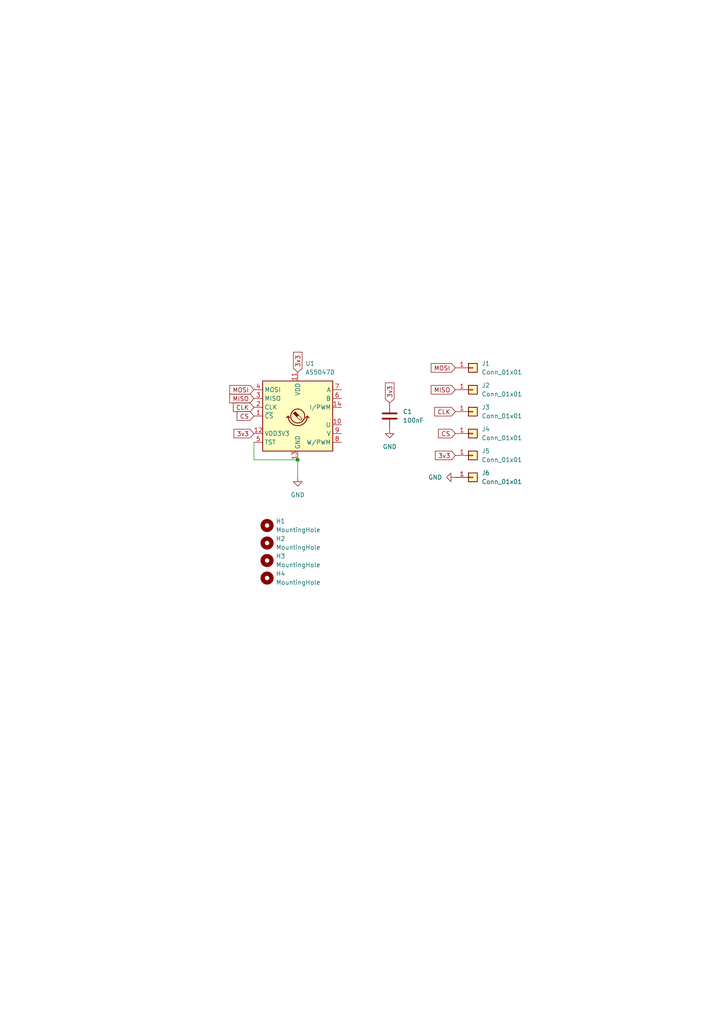
<source format=kicad_sch>
(kicad_sch
	(version 20250114)
	(generator "eeschema")
	(generator_version "9.0")
	(uuid "d34643b0-7941-4fba-b131-9d5413c97eb6")
	(paper "A4" portrait)
	(title_block
		(title "Encoder Magnético - Dinamômetro Aerogerador")
		(date "26/11/2025")
		(company "LEA - Mohamad Iacer Taleb Fares")
	)
	(lib_symbols
		(symbol "Connector_Generic:Conn_01x01"
			(pin_names
				(offset 1.016)
				(hide yes)
			)
			(exclude_from_sim no)
			(in_bom yes)
			(on_board yes)
			(property "Reference" "J"
				(at 0 2.54 0)
				(effects
					(font
						(size 1.27 1.27)
					)
				)
			)
			(property "Value" "Conn_01x01"
				(at 0 -2.54 0)
				(effects
					(font
						(size 1.27 1.27)
					)
				)
			)
			(property "Footprint" ""
				(at 0 0 0)
				(effects
					(font
						(size 1.27 1.27)
					)
					(hide yes)
				)
			)
			(property "Datasheet" "~"
				(at 0 0 0)
				(effects
					(font
						(size 1.27 1.27)
					)
					(hide yes)
				)
			)
			(property "Description" "Generic connector, single row, 01x01, script generated (kicad-library-utils/schlib/autogen/connector/)"
				(at 0 0 0)
				(effects
					(font
						(size 1.27 1.27)
					)
					(hide yes)
				)
			)
			(property "ki_keywords" "connector"
				(at 0 0 0)
				(effects
					(font
						(size 1.27 1.27)
					)
					(hide yes)
				)
			)
			(property "ki_fp_filters" "Connector*:*_1x??_*"
				(at 0 0 0)
				(effects
					(font
						(size 1.27 1.27)
					)
					(hide yes)
				)
			)
			(symbol "Conn_01x01_1_1"
				(rectangle
					(start -1.27 1.27)
					(end 1.27 -1.27)
					(stroke
						(width 0.254)
						(type default)
					)
					(fill
						(type background)
					)
				)
				(rectangle
					(start -1.27 0.127)
					(end 0 -0.127)
					(stroke
						(width 0.1524)
						(type default)
					)
					(fill
						(type none)
					)
				)
				(pin passive line
					(at -5.08 0 0)
					(length 3.81)
					(name "Pin_1"
						(effects
							(font
								(size 1.27 1.27)
							)
						)
					)
					(number "1"
						(effects
							(font
								(size 1.27 1.27)
							)
						)
					)
				)
			)
			(embedded_fonts no)
		)
		(symbol "Device:C"
			(pin_numbers
				(hide yes)
			)
			(pin_names
				(offset 0.254)
			)
			(exclude_from_sim no)
			(in_bom yes)
			(on_board yes)
			(property "Reference" "C"
				(at 0.635 2.54 0)
				(effects
					(font
						(size 1.27 1.27)
					)
					(justify left)
				)
			)
			(property "Value" "C"
				(at 0.635 -2.54 0)
				(effects
					(font
						(size 1.27 1.27)
					)
					(justify left)
				)
			)
			(property "Footprint" ""
				(at 0.9652 -3.81 0)
				(effects
					(font
						(size 1.27 1.27)
					)
					(hide yes)
				)
			)
			(property "Datasheet" "~"
				(at 0 0 0)
				(effects
					(font
						(size 1.27 1.27)
					)
					(hide yes)
				)
			)
			(property "Description" "Unpolarized capacitor"
				(at 0 0 0)
				(effects
					(font
						(size 1.27 1.27)
					)
					(hide yes)
				)
			)
			(property "ki_keywords" "cap capacitor"
				(at 0 0 0)
				(effects
					(font
						(size 1.27 1.27)
					)
					(hide yes)
				)
			)
			(property "ki_fp_filters" "C_*"
				(at 0 0 0)
				(effects
					(font
						(size 1.27 1.27)
					)
					(hide yes)
				)
			)
			(symbol "C_0_1"
				(polyline
					(pts
						(xy -2.032 0.762) (xy 2.032 0.762)
					)
					(stroke
						(width 0.508)
						(type default)
					)
					(fill
						(type none)
					)
				)
				(polyline
					(pts
						(xy -2.032 -0.762) (xy 2.032 -0.762)
					)
					(stroke
						(width 0.508)
						(type default)
					)
					(fill
						(type none)
					)
				)
			)
			(symbol "C_1_1"
				(pin passive line
					(at 0 3.81 270)
					(length 2.794)
					(name "~"
						(effects
							(font
								(size 1.27 1.27)
							)
						)
					)
					(number "1"
						(effects
							(font
								(size 1.27 1.27)
							)
						)
					)
				)
				(pin passive line
					(at 0 -3.81 90)
					(length 2.794)
					(name "~"
						(effects
							(font
								(size 1.27 1.27)
							)
						)
					)
					(number "2"
						(effects
							(font
								(size 1.27 1.27)
							)
						)
					)
				)
			)
			(embedded_fonts no)
		)
		(symbol "Mechanical:MountingHole"
			(pin_names
				(offset 1.016)
			)
			(exclude_from_sim no)
			(in_bom yes)
			(on_board yes)
			(property "Reference" "H"
				(at 0 5.08 0)
				(effects
					(font
						(size 1.27 1.27)
					)
				)
			)
			(property "Value" "MountingHole"
				(at 0 3.175 0)
				(effects
					(font
						(size 1.27 1.27)
					)
				)
			)
			(property "Footprint" ""
				(at 0 0 0)
				(effects
					(font
						(size 1.27 1.27)
					)
					(hide yes)
				)
			)
			(property "Datasheet" "~"
				(at 0 0 0)
				(effects
					(font
						(size 1.27 1.27)
					)
					(hide yes)
				)
			)
			(property "Description" "Mounting Hole without connection"
				(at 0 0 0)
				(effects
					(font
						(size 1.27 1.27)
					)
					(hide yes)
				)
			)
			(property "ki_keywords" "mounting hole"
				(at 0 0 0)
				(effects
					(font
						(size 1.27 1.27)
					)
					(hide yes)
				)
			)
			(property "ki_fp_filters" "MountingHole*"
				(at 0 0 0)
				(effects
					(font
						(size 1.27 1.27)
					)
					(hide yes)
				)
			)
			(symbol "MountingHole_0_1"
				(circle
					(center 0 0)
					(radius 1.27)
					(stroke
						(width 1.27)
						(type default)
					)
					(fill
						(type none)
					)
				)
			)
			(embedded_fonts no)
		)
		(symbol "Sensor_Magnetic:AS5047D"
			(exclude_from_sim no)
			(in_bom yes)
			(on_board yes)
			(property "Reference" "U"
				(at -8.89 11.43 0)
				(effects
					(font
						(size 1.27 1.27)
					)
				)
			)
			(property "Value" "AS5047D"
				(at 5.08 11.43 0)
				(effects
					(font
						(size 1.27 1.27)
					)
				)
			)
			(property "Footprint" "Package_SO:TSSOP-14_4.4x5mm_P0.65mm"
				(at 0 -15.24 0)
				(effects
					(font
						(size 1.27 1.27)
					)
					(hide yes)
				)
			)
			(property "Datasheet" "https://ams.com/documents/20143/36005/AS5047D_DS000394_2-00.pdf"
				(at -19.05 -13.97 0)
				(effects
					(font
						(size 1.27 1.27)
					)
					(hide yes)
				)
			)
			(property "Description" "On-Axis Magnetic Position Sensor, 14-bit, PWM Output, ABI Output, UVW Output, SPI Interface, TSSOP-14"
				(at 0 0 0)
				(effects
					(font
						(size 1.27 1.27)
					)
					(hide yes)
				)
			)
			(property "ki_keywords" "Magnetic Hall Sensor"
				(at 0 0 0)
				(effects
					(font
						(size 1.27 1.27)
					)
					(hide yes)
				)
			)
			(property "ki_fp_filters" "TSSOP*4.4x5mm*P0.65mm*"
				(at 0 0 0)
				(effects
					(font
						(size 1.27 1.27)
					)
					(hide yes)
				)
			)
			(symbol "AS5047D_1_1"
				(rectangle
					(start -10.16 10.16)
					(end 10.16 -10.16)
					(stroke
						(width 0.254)
						(type default)
					)
					(fill
						(type background)
					)
				)
				(polyline
					(pts
						(xy -2.794 0) (xy -3.302 -0.508)
					)
					(stroke
						(width 0.254)
						(type default)
					)
					(fill
						(type none)
					)
				)
				(polyline
					(pts
						(xy -2.794 0) (xy -2.286 -0.508)
					)
					(stroke
						(width 0.254)
						(type default)
					)
					(fill
						(type none)
					)
				)
				(polyline
					(pts
						(xy -0.762 1.27) (xy 0.254 0.254) (xy -0.254 -0.254) (xy -1.27 0.762) (xy -1.016 1.016) (xy -0.762 1.27)
						(xy -0.635 1.143)
					)
					(stroke
						(width 0)
						(type default)
					)
					(fill
						(type outline)
					)
				)
				(arc
					(start 2.794 0)
					(mid 0 -2.7819)
					(end -2.794 0)
					(stroke
						(width 0.254)
						(type default)
					)
					(fill
						(type none)
					)
				)
				(circle
					(center 0 0)
					(radius 2.032)
					(stroke
						(width 0.254)
						(type default)
					)
					(fill
						(type none)
					)
				)
				(polyline
					(pts
						(xy 0.254 0.254) (xy 1.27 -0.762) (xy 0.762 -1.27) (xy -0.254 -0.254)
					)
					(stroke
						(width 0)
						(type default)
					)
					(fill
						(type none)
					)
				)
				(polyline
					(pts
						(xy 2.794 0) (xy 2.286 -0.508)
					)
					(stroke
						(width 0.254)
						(type default)
					)
					(fill
						(type none)
					)
				)
				(polyline
					(pts
						(xy 2.794 0) (xy 3.302 -0.508)
					)
					(stroke
						(width 0.254)
						(type default)
					)
					(fill
						(type none)
					)
				)
				(pin input line
					(at -12.7 7.62 0)
					(length 2.54)
					(name "MOSI"
						(effects
							(font
								(size 1.27 1.27)
							)
						)
					)
					(number "4"
						(effects
							(font
								(size 1.27 1.27)
							)
						)
					)
				)
				(pin output line
					(at -12.7 5.08 0)
					(length 2.54)
					(name "MISO"
						(effects
							(font
								(size 1.27 1.27)
							)
						)
					)
					(number "3"
						(effects
							(font
								(size 1.27 1.27)
							)
						)
					)
				)
				(pin input line
					(at -12.7 2.54 0)
					(length 2.54)
					(name "CLK"
						(effects
							(font
								(size 1.27 1.27)
							)
						)
					)
					(number "2"
						(effects
							(font
								(size 1.27 1.27)
							)
						)
					)
				)
				(pin input line
					(at -12.7 0 0)
					(length 2.54)
					(name "~{CS}"
						(effects
							(font
								(size 1.27 1.27)
							)
						)
					)
					(number "1"
						(effects
							(font
								(size 1.27 1.27)
							)
						)
					)
				)
				(pin power_out line
					(at -12.7 -5.08 0)
					(length 2.54)
					(name "VDD3V3"
						(effects
							(font
								(size 1.27 1.27)
							)
						)
					)
					(number "12"
						(effects
							(font
								(size 1.27 1.27)
							)
						)
					)
				)
				(pin input line
					(at -12.7 -7.62 0)
					(length 2.54)
					(name "TST"
						(effects
							(font
								(size 1.27 1.27)
							)
						)
					)
					(number "5"
						(effects
							(font
								(size 1.27 1.27)
							)
						)
					)
				)
				(pin power_in line
					(at 0 12.7 270)
					(length 2.54)
					(name "VDD"
						(effects
							(font
								(size 1.27 1.27)
							)
						)
					)
					(number "11"
						(effects
							(font
								(size 1.27 1.27)
							)
						)
					)
				)
				(pin power_in line
					(at 0 -12.7 90)
					(length 2.54)
					(name "GND"
						(effects
							(font
								(size 1.27 1.27)
							)
						)
					)
					(number "13"
						(effects
							(font
								(size 1.27 1.27)
							)
						)
					)
				)
				(pin output line
					(at 12.7 7.62 180)
					(length 2.54)
					(name "A"
						(effects
							(font
								(size 1.27 1.27)
							)
						)
					)
					(number "7"
						(effects
							(font
								(size 1.27 1.27)
							)
						)
					)
				)
				(pin output line
					(at 12.7 5.08 180)
					(length 2.54)
					(name "B"
						(effects
							(font
								(size 1.27 1.27)
							)
						)
					)
					(number "6"
						(effects
							(font
								(size 1.27 1.27)
							)
						)
					)
				)
				(pin output line
					(at 12.7 2.54 180)
					(length 2.54)
					(name "I/PWM"
						(effects
							(font
								(size 1.27 1.27)
							)
						)
					)
					(number "14"
						(effects
							(font
								(size 1.27 1.27)
							)
						)
					)
				)
				(pin output line
					(at 12.7 -2.54 180)
					(length 2.54)
					(name "U"
						(effects
							(font
								(size 1.27 1.27)
							)
						)
					)
					(number "10"
						(effects
							(font
								(size 1.27 1.27)
							)
						)
					)
				)
				(pin output line
					(at 12.7 -5.08 180)
					(length 2.54)
					(name "V"
						(effects
							(font
								(size 1.27 1.27)
							)
						)
					)
					(number "9"
						(effects
							(font
								(size 1.27 1.27)
							)
						)
					)
				)
				(pin output line
					(at 12.7 -7.62 180)
					(length 2.54)
					(name "W/PWM"
						(effects
							(font
								(size 1.27 1.27)
							)
						)
					)
					(number "8"
						(effects
							(font
								(size 1.27 1.27)
							)
						)
					)
				)
			)
			(embedded_fonts no)
		)
		(symbol "power:GND"
			(power)
			(pin_names
				(offset 0)
			)
			(exclude_from_sim no)
			(in_bom yes)
			(on_board yes)
			(property "Reference" "#PWR"
				(at 0 -6.35 0)
				(effects
					(font
						(size 1.27 1.27)
					)
					(hide yes)
				)
			)
			(property "Value" "GND"
				(at 0 -3.81 0)
				(effects
					(font
						(size 1.27 1.27)
					)
				)
			)
			(property "Footprint" ""
				(at 0 0 0)
				(effects
					(font
						(size 1.27 1.27)
					)
					(hide yes)
				)
			)
			(property "Datasheet" ""
				(at 0 0 0)
				(effects
					(font
						(size 1.27 1.27)
					)
					(hide yes)
				)
			)
			(property "Description" "Power symbol creates a global label with name \"GND\" , ground"
				(at 0 0 0)
				(effects
					(font
						(size 1.27 1.27)
					)
					(hide yes)
				)
			)
			(property "ki_keywords" "global power"
				(at 0 0 0)
				(effects
					(font
						(size 1.27 1.27)
					)
					(hide yes)
				)
			)
			(symbol "GND_0_1"
				(polyline
					(pts
						(xy 0 0) (xy 0 -1.27) (xy 1.27 -1.27) (xy 0 -2.54) (xy -1.27 -1.27) (xy 0 -1.27)
					)
					(stroke
						(width 0)
						(type default)
					)
					(fill
						(type none)
					)
				)
			)
			(symbol "GND_1_1"
				(pin power_in line
					(at 0 0 270)
					(length 0)
					(hide yes)
					(name "GND"
						(effects
							(font
								(size 1.27 1.27)
							)
						)
					)
					(number "1"
						(effects
							(font
								(size 1.27 1.27)
							)
						)
					)
				)
			)
			(embedded_fonts no)
		)
	)
	(junction
		(at 86.36 133.35)
		(diameter 0)
		(color 0 0 0 0)
		(uuid "ad301829-fbd4-4b1f-b60d-c7963d243f47")
	)
	(wire
		(pts
			(xy 73.66 133.35) (xy 86.36 133.35)
		)
		(stroke
			(width 0)
			(type default)
		)
		(uuid "166b3f7a-f3a3-4d64-9e1d-e817ad1ff355")
	)
	(wire
		(pts
			(xy 73.66 128.27) (xy 73.66 133.35)
		)
		(stroke
			(width 0)
			(type default)
		)
		(uuid "870b0ead-4996-451d-ab03-1ada7a95eb49")
	)
	(wire
		(pts
			(xy 86.36 138.43) (xy 86.36 133.35)
		)
		(stroke
			(width 0)
			(type default)
		)
		(uuid "9ee2052a-5374-4b49-bb3e-6a0a1014c25d")
	)
	(global_label "MISO"
		(shape input)
		(at 132.08 113.03 180)
		(fields_autoplaced yes)
		(effects
			(font
				(size 1.27 1.27)
			)
			(justify right)
		)
		(uuid "0af367ab-807f-478f-a4bc-6b84ba2bb5b1")
		(property "Intersheetrefs" "${INTERSHEET_REFS}"
			(at 124.4986 113.03 0)
			(effects
				(font
					(size 1.27 1.27)
				)
				(justify right)
				(hide yes)
			)
		)
	)
	(global_label "CLK"
		(shape input)
		(at 73.66 118.11 180)
		(fields_autoplaced yes)
		(effects
			(font
				(size 1.27 1.27)
			)
			(justify right)
		)
		(uuid "124aef72-8c09-4eb0-8d59-77a90d71539b")
		(property "Intersheetrefs" "${INTERSHEET_REFS}"
			(at 67.1067 118.11 0)
			(effects
				(font
					(size 1.27 1.27)
				)
				(justify right)
				(hide yes)
			)
		)
	)
	(global_label "CS"
		(shape input)
		(at 73.66 120.65 180)
		(fields_autoplaced yes)
		(effects
			(font
				(size 1.27 1.27)
			)
			(justify right)
		)
		(uuid "28d4049b-991c-4638-9a65-8ae8611cf333")
		(property "Intersheetrefs" "${INTERSHEET_REFS}"
			(at 68.1953 120.65 0)
			(effects
				(font
					(size 1.27 1.27)
				)
				(justify right)
				(hide yes)
			)
		)
	)
	(global_label "CS"
		(shape input)
		(at 132.08 125.73 180)
		(fields_autoplaced yes)
		(effects
			(font
				(size 1.27 1.27)
			)
			(justify right)
		)
		(uuid "3e819b85-bf8e-407c-9541-d521f4680ae5")
		(property "Intersheetrefs" "${INTERSHEET_REFS}"
			(at 126.6153 125.73 0)
			(effects
				(font
					(size 1.27 1.27)
				)
				(justify right)
				(hide yes)
			)
		)
	)
	(global_label "3v3"
		(shape input)
		(at 132.08 132.08 180)
		(fields_autoplaced yes)
		(effects
			(font
				(size 1.27 1.27)
			)
			(justify right)
		)
		(uuid "46cc477e-9d56-4742-990b-ee64622bcafd")
		(property "Intersheetrefs" "${INTERSHEET_REFS}"
			(at 125.7082 132.08 0)
			(effects
				(font
					(size 1.27 1.27)
				)
				(justify right)
				(hide yes)
			)
		)
	)
	(global_label "MISO"
		(shape input)
		(at 73.66 115.57 180)
		(fields_autoplaced yes)
		(effects
			(font
				(size 1.27 1.27)
			)
			(justify right)
		)
		(uuid "7aeb56c5-6843-40b8-8712-ec3cb40549df")
		(property "Intersheetrefs" "${INTERSHEET_REFS}"
			(at 66.0786 115.57 0)
			(effects
				(font
					(size 1.27 1.27)
				)
				(justify right)
				(hide yes)
			)
		)
	)
	(global_label "CLK"
		(shape input)
		(at 132.08 119.38 180)
		(fields_autoplaced yes)
		(effects
			(font
				(size 1.27 1.27)
			)
			(justify right)
		)
		(uuid "8e258511-0c91-4e20-99dd-cd0c3efa179a")
		(property "Intersheetrefs" "${INTERSHEET_REFS}"
			(at 125.5267 119.38 0)
			(effects
				(font
					(size 1.27 1.27)
				)
				(justify right)
				(hide yes)
			)
		)
	)
	(global_label "MOSI"
		(shape input)
		(at 132.08 106.68 180)
		(fields_autoplaced yes)
		(effects
			(font
				(size 1.27 1.27)
			)
			(justify right)
		)
		(uuid "ab963a12-8403-4ee6-aec0-16ad873e97f1")
		(property "Intersheetrefs" "${INTERSHEET_REFS}"
			(at 124.4986 106.68 0)
			(effects
				(font
					(size 1.27 1.27)
				)
				(justify right)
				(hide yes)
			)
		)
	)
	(global_label "3v3"
		(shape input)
		(at 113.03 116.84 90)
		(fields_autoplaced yes)
		(effects
			(font
				(size 1.27 1.27)
			)
			(justify left)
		)
		(uuid "bd2cc226-4817-4c13-8b85-fb393619fec8")
		(property "Intersheetrefs" "${INTERSHEET_REFS}"
			(at 113.03 110.4682 90)
			(effects
				(font
					(size 1.27 1.27)
				)
				(justify left)
				(hide yes)
			)
		)
	)
	(global_label "MOSI"
		(shape input)
		(at 73.66 113.03 180)
		(fields_autoplaced yes)
		(effects
			(font
				(size 1.27 1.27)
			)
			(justify right)
		)
		(uuid "e274446e-a485-45ac-aabc-c861a5f232d4")
		(property "Intersheetrefs" "${INTERSHEET_REFS}"
			(at 66.0786 113.03 0)
			(effects
				(font
					(size 1.27 1.27)
				)
				(justify right)
				(hide yes)
			)
		)
	)
	(global_label "3v3"
		(shape input)
		(at 73.66 125.73 180)
		(fields_autoplaced yes)
		(effects
			(font
				(size 1.27 1.27)
			)
			(justify right)
		)
		(uuid "eb6e2c37-43e0-4766-b8f1-bd45d498c78b")
		(property "Intersheetrefs" "${INTERSHEET_REFS}"
			(at 67.2882 125.73 0)
			(effects
				(font
					(size 1.27 1.27)
				)
				(justify right)
				(hide yes)
			)
		)
	)
	(global_label "3v3"
		(shape input)
		(at 86.36 107.95 90)
		(fields_autoplaced yes)
		(effects
			(font
				(size 1.27 1.27)
			)
			(justify left)
		)
		(uuid "f658a94b-7673-457b-8f10-545f6c673fdf")
		(property "Intersheetrefs" "${INTERSHEET_REFS}"
			(at 86.36 101.5782 90)
			(effects
				(font
					(size 1.27 1.27)
				)
				(justify left)
				(hide yes)
			)
		)
	)
	(symbol
		(lib_id "Mechanical:MountingHole")
		(at 77.47 162.56 0)
		(unit 1)
		(exclude_from_sim no)
		(in_bom yes)
		(on_board yes)
		(dnp no)
		(fields_autoplaced yes)
		(uuid "0ee29646-467b-4052-a56e-97ef712e53c9")
		(property "Reference" "H3"
			(at 80.01 161.29 0)
			(effects
				(font
					(size 1.27 1.27)
				)
				(justify left)
			)
		)
		(property "Value" "MountingHole"
			(at 80.01 163.83 0)
			(effects
				(font
					(size 1.27 1.27)
				)
				(justify left)
			)
		)
		(property "Footprint" "MountingHole:MountingHole_3.5mm"
			(at 77.47 162.56 0)
			(effects
				(font
					(size 1.27 1.27)
				)
				(hide yes)
			)
		)
		(property "Datasheet" "~"
			(at 77.47 162.56 0)
			(effects
				(font
					(size 1.27 1.27)
				)
				(hide yes)
			)
		)
		(property "Description" ""
			(at 77.47 162.56 0)
			(effects
				(font
					(size 1.27 1.27)
				)
			)
		)
		(instances
			(project "encoder_magnetico"
				(path "/d34643b0-7941-4fba-b131-9d5413c97eb6"
					(reference "H3")
					(unit 1)
				)
			)
		)
	)
	(symbol
		(lib_id "Connector_Generic:Conn_01x01")
		(at 137.16 125.73 0)
		(unit 1)
		(exclude_from_sim no)
		(in_bom yes)
		(on_board yes)
		(dnp no)
		(fields_autoplaced yes)
		(uuid "29ced66a-7ebc-4979-afa1-fa0ab33bd426")
		(property "Reference" "J4"
			(at 139.7 124.46 0)
			(effects
				(font
					(size 1.27 1.27)
				)
				(justify left)
			)
		)
		(property "Value" "Conn_01x01"
			(at 139.7 127 0)
			(effects
				(font
					(size 1.27 1.27)
				)
				(justify left)
			)
		)
		(property "Footprint" "Connector_Wire:SolderWirePad_1x01_SMD_1x2mm"
			(at 137.16 125.73 0)
			(effects
				(font
					(size 1.27 1.27)
				)
				(hide yes)
			)
		)
		(property "Datasheet" "~"
			(at 137.16 125.73 0)
			(effects
				(font
					(size 1.27 1.27)
				)
				(hide yes)
			)
		)
		(property "Description" ""
			(at 137.16 125.73 0)
			(effects
				(font
					(size 1.27 1.27)
				)
			)
		)
		(pin "1"
			(uuid "9a814403-f164-45aa-b17b-febaefd04224")
		)
		(instances
			(project "encoder_magnetico"
				(path "/d34643b0-7941-4fba-b131-9d5413c97eb6"
					(reference "J4")
					(unit 1)
				)
			)
		)
	)
	(symbol
		(lib_id "Sensor_Magnetic:AS5047D")
		(at 86.36 120.65 0)
		(unit 1)
		(exclude_from_sim no)
		(in_bom yes)
		(on_board yes)
		(dnp no)
		(fields_autoplaced yes)
		(uuid "3875300c-363c-44c0-92ca-0ff0b50bc08e")
		(property "Reference" "U1"
			(at 88.5541 105.41 0)
			(effects
				(font
					(size 1.27 1.27)
				)
				(justify left)
			)
		)
		(property "Value" "AS5047D"
			(at 88.5541 107.95 0)
			(effects
				(font
					(size 1.27 1.27)
				)
				(justify left)
			)
		)
		(property "Footprint" "Package_SO:TSSOP-14_4.4x5mm_P0.65mm"
			(at 86.36 135.89 0)
			(effects
				(font
					(size 1.27 1.27)
				)
				(hide yes)
			)
		)
		(property "Datasheet" "https://ams.com/documents/20143/36005/AS5047D_DS000394_2-00.pdf"
			(at 67.31 134.62 0)
			(effects
				(font
					(size 1.27 1.27)
				)
				(hide yes)
			)
		)
		(property "Description" ""
			(at 86.36 120.65 0)
			(effects
				(font
					(size 1.27 1.27)
				)
			)
		)
		(pin "1"
			(uuid "5a52f03e-85e4-4765-be19-7461def32d74")
		)
		(pin "6"
			(uuid "7b5d527c-b589-4413-86ab-5c916fb2b2d1")
		)
		(pin "7"
			(uuid "0cc1f1bf-8196-4bb1-be5c-ac6573050c1d")
		)
		(pin "14"
			(uuid "e2efbbd4-0e38-4ab4-af16-6051e74e1061")
		)
		(pin "13"
			(uuid "ca3f92a0-5a71-4a38-b5e1-be178a79356e")
		)
		(pin "4"
			(uuid "af9e833a-5e60-43b3-9432-103f9c8a1961")
		)
		(pin "9"
			(uuid "10142682-0526-4670-9d4c-002735a3e4e5")
		)
		(pin "12"
			(uuid "3a91431e-73fd-4e16-a4e6-b0ea1d59e3e5")
		)
		(pin "3"
			(uuid "e2443df4-5b00-4c93-b489-d9bdaf9d99dd")
		)
		(pin "5"
			(uuid "748f2464-e6fd-44a2-a90b-faa6deb8b6a9")
		)
		(pin "8"
			(uuid "fd691714-7d1c-4bd2-9238-d710054ff4aa")
		)
		(pin "10"
			(uuid "d92b77d5-f9a6-497d-a899-f42cd7d38287")
		)
		(pin "11"
			(uuid "4c53f358-ce77-4b29-a092-7b88b62be8dd")
		)
		(pin "2"
			(uuid "c240723c-3c1d-4b9c-bce7-18176e012f4b")
		)
		(instances
			(project "encoder_magnetico"
				(path "/d34643b0-7941-4fba-b131-9d5413c97eb6"
					(reference "U1")
					(unit 1)
				)
			)
		)
	)
	(symbol
		(lib_id "Connector_Generic:Conn_01x01")
		(at 137.16 113.03 0)
		(unit 1)
		(exclude_from_sim no)
		(in_bom yes)
		(on_board yes)
		(dnp no)
		(fields_autoplaced yes)
		(uuid "5af79b65-1867-4b93-a17b-4cf7e134baf7")
		(property "Reference" "J2"
			(at 139.7 111.76 0)
			(effects
				(font
					(size 1.27 1.27)
				)
				(justify left)
			)
		)
		(property "Value" "Conn_01x01"
			(at 139.7 114.3 0)
			(effects
				(font
					(size 1.27 1.27)
				)
				(justify left)
			)
		)
		(property "Footprint" "Connector_Wire:SolderWirePad_1x01_SMD_1x2mm"
			(at 137.16 113.03 0)
			(effects
				(font
					(size 1.27 1.27)
				)
				(hide yes)
			)
		)
		(property "Datasheet" "~"
			(at 137.16 113.03 0)
			(effects
				(font
					(size 1.27 1.27)
				)
				(hide yes)
			)
		)
		(property "Description" ""
			(at 137.16 113.03 0)
			(effects
				(font
					(size 1.27 1.27)
				)
			)
		)
		(pin "1"
			(uuid "85bfa5eb-25b7-49f7-830f-970cbec0b3d3")
		)
		(instances
			(project "encoder_magnetico"
				(path "/d34643b0-7941-4fba-b131-9d5413c97eb6"
					(reference "J2")
					(unit 1)
				)
			)
		)
	)
	(symbol
		(lib_id "Connector_Generic:Conn_01x01")
		(at 137.16 132.08 0)
		(unit 1)
		(exclude_from_sim no)
		(in_bom yes)
		(on_board yes)
		(dnp no)
		(fields_autoplaced yes)
		(uuid "5c1190b7-02ea-41d0-9f25-b859a247810f")
		(property "Reference" "J5"
			(at 139.7 130.81 0)
			(effects
				(font
					(size 1.27 1.27)
				)
				(justify left)
			)
		)
		(property "Value" "Conn_01x01"
			(at 139.7 133.35 0)
			(effects
				(font
					(size 1.27 1.27)
				)
				(justify left)
			)
		)
		(property "Footprint" "Connector_Wire:SolderWirePad_1x01_SMD_1x2mm"
			(at 137.16 132.08 0)
			(effects
				(font
					(size 1.27 1.27)
				)
				(hide yes)
			)
		)
		(property "Datasheet" "~"
			(at 137.16 132.08 0)
			(effects
				(font
					(size 1.27 1.27)
				)
				(hide yes)
			)
		)
		(property "Description" ""
			(at 137.16 132.08 0)
			(effects
				(font
					(size 1.27 1.27)
				)
			)
		)
		(pin "1"
			(uuid "862b0df3-a698-4fcf-9643-24afb5e68bb9")
		)
		(instances
			(project "encoder_magnetico"
				(path "/d34643b0-7941-4fba-b131-9d5413c97eb6"
					(reference "J5")
					(unit 1)
				)
			)
		)
	)
	(symbol
		(lib_id "Mechanical:MountingHole")
		(at 77.47 152.4 0)
		(unit 1)
		(exclude_from_sim no)
		(in_bom yes)
		(on_board yes)
		(dnp no)
		(fields_autoplaced yes)
		(uuid "70f25f46-c11c-4f22-bd97-ecafc8571a14")
		(property "Reference" "H1"
			(at 80.01 151.13 0)
			(effects
				(font
					(size 1.27 1.27)
				)
				(justify left)
			)
		)
		(property "Value" "MountingHole"
			(at 80.01 153.67 0)
			(effects
				(font
					(size 1.27 1.27)
				)
				(justify left)
			)
		)
		(property "Footprint" "MountingHole:MountingHole_3.5mm"
			(at 77.47 152.4 0)
			(effects
				(font
					(size 1.27 1.27)
				)
				(hide yes)
			)
		)
		(property "Datasheet" "~"
			(at 77.47 152.4 0)
			(effects
				(font
					(size 1.27 1.27)
				)
				(hide yes)
			)
		)
		(property "Description" ""
			(at 77.47 152.4 0)
			(effects
				(font
					(size 1.27 1.27)
				)
			)
		)
		(instances
			(project "encoder_magnetico"
				(path "/d34643b0-7941-4fba-b131-9d5413c97eb6"
					(reference "H1")
					(unit 1)
				)
			)
		)
	)
	(symbol
		(lib_id "Connector_Generic:Conn_01x01")
		(at 137.16 119.38 0)
		(unit 1)
		(exclude_from_sim no)
		(in_bom yes)
		(on_board yes)
		(dnp no)
		(fields_autoplaced yes)
		(uuid "87b51946-13c7-4b0d-a6b2-4d1b9fe97a6e")
		(property "Reference" "J3"
			(at 139.7 118.11 0)
			(effects
				(font
					(size 1.27 1.27)
				)
				(justify left)
			)
		)
		(property "Value" "Conn_01x01"
			(at 139.7 120.65 0)
			(effects
				(font
					(size 1.27 1.27)
				)
				(justify left)
			)
		)
		(property "Footprint" "Connector_Wire:SolderWirePad_1x01_SMD_1x2mm"
			(at 137.16 119.38 0)
			(effects
				(font
					(size 1.27 1.27)
				)
				(hide yes)
			)
		)
		(property "Datasheet" "~"
			(at 137.16 119.38 0)
			(effects
				(font
					(size 1.27 1.27)
				)
				(hide yes)
			)
		)
		(property "Description" ""
			(at 137.16 119.38 0)
			(effects
				(font
					(size 1.27 1.27)
				)
			)
		)
		(pin "1"
			(uuid "d369d64b-7bdf-4bb5-a103-06e318ae58f4")
		)
		(instances
			(project "encoder_magnetico"
				(path "/d34643b0-7941-4fba-b131-9d5413c97eb6"
					(reference "J3")
					(unit 1)
				)
			)
		)
	)
	(symbol
		(lib_id "Connector_Generic:Conn_01x01")
		(at 137.16 106.68 0)
		(unit 1)
		(exclude_from_sim no)
		(in_bom yes)
		(on_board yes)
		(dnp no)
		(fields_autoplaced yes)
		(uuid "9a866025-2178-4339-ad97-66db696b2e53")
		(property "Reference" "J1"
			(at 139.7 105.41 0)
			(effects
				(font
					(size 1.27 1.27)
				)
				(justify left)
			)
		)
		(property "Value" "Conn_01x01"
			(at 139.7 107.95 0)
			(effects
				(font
					(size 1.27 1.27)
				)
				(justify left)
			)
		)
		(property "Footprint" "Connector_Wire:SolderWirePad_1x01_SMD_1x2mm"
			(at 137.16 106.68 0)
			(effects
				(font
					(size 1.27 1.27)
				)
				(hide yes)
			)
		)
		(property "Datasheet" "~"
			(at 137.16 106.68 0)
			(effects
				(font
					(size 1.27 1.27)
				)
				(hide yes)
			)
		)
		(property "Description" ""
			(at 137.16 106.68 0)
			(effects
				(font
					(size 1.27 1.27)
				)
			)
		)
		(pin "1"
			(uuid "4eba3c0f-c19b-4ec8-a99d-80b946402481")
		)
		(instances
			(project "encoder_magnetico"
				(path "/d34643b0-7941-4fba-b131-9d5413c97eb6"
					(reference "J1")
					(unit 1)
				)
			)
		)
	)
	(symbol
		(lib_id "power:GND")
		(at 113.03 124.46 0)
		(unit 1)
		(exclude_from_sim no)
		(in_bom yes)
		(on_board yes)
		(dnp no)
		(fields_autoplaced yes)
		(uuid "a6d81ec9-ab3c-46ed-99b9-c3e887c38230")
		(property "Reference" "#PWR02"
			(at 113.03 130.81 0)
			(effects
				(font
					(size 1.27 1.27)
				)
				(hide yes)
			)
		)
		(property "Value" "GND"
			(at 113.03 129.54 0)
			(effects
				(font
					(size 1.27 1.27)
				)
			)
		)
		(property "Footprint" ""
			(at 113.03 124.46 0)
			(effects
				(font
					(size 1.27 1.27)
				)
				(hide yes)
			)
		)
		(property "Datasheet" ""
			(at 113.03 124.46 0)
			(effects
				(font
					(size 1.27 1.27)
				)
				(hide yes)
			)
		)
		(property "Description" ""
			(at 113.03 124.46 0)
			(effects
				(font
					(size 1.27 1.27)
				)
			)
		)
		(pin "1"
			(uuid "2137bad4-02f0-4561-bf87-6be257c6f551")
		)
		(instances
			(project "encoder_magnetico"
				(path "/d34643b0-7941-4fba-b131-9d5413c97eb6"
					(reference "#PWR02")
					(unit 1)
				)
			)
		)
	)
	(symbol
		(lib_id "Connector_Generic:Conn_01x01")
		(at 137.16 138.43 0)
		(unit 1)
		(exclude_from_sim no)
		(in_bom yes)
		(on_board yes)
		(dnp no)
		(fields_autoplaced yes)
		(uuid "a969574e-3b82-4787-af60-c44bc1982fd7")
		(property "Reference" "J6"
			(at 139.7 137.16 0)
			(effects
				(font
					(size 1.27 1.27)
				)
				(justify left)
			)
		)
		(property "Value" "Conn_01x01"
			(at 139.7 139.7 0)
			(effects
				(font
					(size 1.27 1.27)
				)
				(justify left)
			)
		)
		(property "Footprint" "Connector_Wire:SolderWirePad_1x01_SMD_1x2mm"
			(at 137.16 138.43 0)
			(effects
				(font
					(size 1.27 1.27)
				)
				(hide yes)
			)
		)
		(property "Datasheet" "~"
			(at 137.16 138.43 0)
			(effects
				(font
					(size 1.27 1.27)
				)
				(hide yes)
			)
		)
		(property "Description" ""
			(at 137.16 138.43 0)
			(effects
				(font
					(size 1.27 1.27)
				)
			)
		)
		(pin "1"
			(uuid "0a9f5bdf-e7b1-4a4d-b637-4fb110a99989")
		)
		(instances
			(project "encoder_magnetico"
				(path "/d34643b0-7941-4fba-b131-9d5413c97eb6"
					(reference "J6")
					(unit 1)
				)
			)
		)
	)
	(symbol
		(lib_id "Device:C")
		(at 113.03 120.65 0)
		(unit 1)
		(exclude_from_sim no)
		(in_bom yes)
		(on_board yes)
		(dnp no)
		(fields_autoplaced yes)
		(uuid "b04434ab-5c06-408a-bb34-db5f9d821081")
		(property "Reference" "C1"
			(at 116.84 119.38 0)
			(effects
				(font
					(size 1.27 1.27)
				)
				(justify left)
			)
		)
		(property "Value" "100nF"
			(at 116.84 121.92 0)
			(effects
				(font
					(size 1.27 1.27)
				)
				(justify left)
			)
		)
		(property "Footprint" "Capacitor_SMD:C_0603_1608Metric_Pad1.08x0.95mm_HandSolder"
			(at 113.9952 124.46 0)
			(effects
				(font
					(size 1.27 1.27)
				)
				(hide yes)
			)
		)
		(property "Datasheet" "~"
			(at 113.03 120.65 0)
			(effects
				(font
					(size 1.27 1.27)
				)
				(hide yes)
			)
		)
		(property "Description" ""
			(at 113.03 120.65 0)
			(effects
				(font
					(size 1.27 1.27)
				)
			)
		)
		(pin "1"
			(uuid "4b6335b1-01d6-4bae-9c2c-8455ea0b3f84")
		)
		(pin "2"
			(uuid "ab0c78d4-cf31-40b1-a907-8e20152b4489")
		)
		(instances
			(project "encoder_magnetico"
				(path "/d34643b0-7941-4fba-b131-9d5413c97eb6"
					(reference "C1")
					(unit 1)
				)
			)
		)
	)
	(symbol
		(lib_id "Mechanical:MountingHole")
		(at 77.47 167.64 0)
		(unit 1)
		(exclude_from_sim no)
		(in_bom yes)
		(on_board yes)
		(dnp no)
		(fields_autoplaced yes)
		(uuid "b5ac3a09-e174-41d5-939a-ad20b1b56b54")
		(property "Reference" "H4"
			(at 80.01 166.37 0)
			(effects
				(font
					(size 1.27 1.27)
				)
				(justify left)
			)
		)
		(property "Value" "MountingHole"
			(at 80.01 168.91 0)
			(effects
				(font
					(size 1.27 1.27)
				)
				(justify left)
			)
		)
		(property "Footprint" "MountingHole:MountingHole_3.5mm"
			(at 77.47 167.64 0)
			(effects
				(font
					(size 1.27 1.27)
				)
				(hide yes)
			)
		)
		(property "Datasheet" "~"
			(at 77.47 167.64 0)
			(effects
				(font
					(size 1.27 1.27)
				)
				(hide yes)
			)
		)
		(property "Description" ""
			(at 77.47 167.64 0)
			(effects
				(font
					(size 1.27 1.27)
				)
			)
		)
		(instances
			(project "encoder_magnetico"
				(path "/d34643b0-7941-4fba-b131-9d5413c97eb6"
					(reference "H4")
					(unit 1)
				)
			)
		)
	)
	(symbol
		(lib_id "power:GND")
		(at 86.36 138.43 0)
		(unit 1)
		(exclude_from_sim no)
		(in_bom yes)
		(on_board yes)
		(dnp no)
		(fields_autoplaced yes)
		(uuid "e2a1d76e-e89b-4f7f-8b12-9038b933297f")
		(property "Reference" "#PWR01"
			(at 86.36 144.78 0)
			(effects
				(font
					(size 1.27 1.27)
				)
				(hide yes)
			)
		)
		(property "Value" "GND"
			(at 86.36 143.51 0)
			(effects
				(font
					(size 1.27 1.27)
				)
			)
		)
		(property "Footprint" ""
			(at 86.36 138.43 0)
			(effects
				(font
					(size 1.27 1.27)
				)
				(hide yes)
			)
		)
		(property "Datasheet" ""
			(at 86.36 138.43 0)
			(effects
				(font
					(size 1.27 1.27)
				)
				(hide yes)
			)
		)
		(property "Description" ""
			(at 86.36 138.43 0)
			(effects
				(font
					(size 1.27 1.27)
				)
			)
		)
		(pin "1"
			(uuid "91a30341-704c-49bd-a490-e56df3b94f2e")
		)
		(instances
			(project "encoder_magnetico"
				(path "/d34643b0-7941-4fba-b131-9d5413c97eb6"
					(reference "#PWR01")
					(unit 1)
				)
			)
		)
	)
	(symbol
		(lib_id "Mechanical:MountingHole")
		(at 77.47 157.48 0)
		(unit 1)
		(exclude_from_sim no)
		(in_bom yes)
		(on_board yes)
		(dnp no)
		(fields_autoplaced yes)
		(uuid "f19188e8-49ae-4c10-a3a5-840d6e9a661e")
		(property "Reference" "H2"
			(at 80.01 156.21 0)
			(effects
				(font
					(size 1.27 1.27)
				)
				(justify left)
			)
		)
		(property "Value" "MountingHole"
			(at 80.01 158.75 0)
			(effects
				(font
					(size 1.27 1.27)
				)
				(justify left)
			)
		)
		(property "Footprint" "MountingHole:MountingHole_3.5mm"
			(at 77.47 157.48 0)
			(effects
				(font
					(size 1.27 1.27)
				)
				(hide yes)
			)
		)
		(property "Datasheet" "~"
			(at 77.47 157.48 0)
			(effects
				(font
					(size 1.27 1.27)
				)
				(hide yes)
			)
		)
		(property "Description" ""
			(at 77.47 157.48 0)
			(effects
				(font
					(size 1.27 1.27)
				)
			)
		)
		(instances
			(project "encoder_magnetico"
				(path "/d34643b0-7941-4fba-b131-9d5413c97eb6"
					(reference "H2")
					(unit 1)
				)
			)
		)
	)
	(symbol
		(lib_id "power:GND")
		(at 132.08 138.43 270)
		(unit 1)
		(exclude_from_sim no)
		(in_bom yes)
		(on_board yes)
		(dnp no)
		(fields_autoplaced yes)
		(uuid "fd9f7bd7-b0dc-439a-a07c-108fcbd251cd")
		(property "Reference" "#PWR03"
			(at 125.73 138.43 0)
			(effects
				(font
					(size 1.27 1.27)
				)
				(hide yes)
			)
		)
		(property "Value" "GND"
			(at 128.27 138.43 90)
			(effects
				(font
					(size 1.27 1.27)
				)
				(justify right)
			)
		)
		(property "Footprint" ""
			(at 132.08 138.43 0)
			(effects
				(font
					(size 1.27 1.27)
				)
				(hide yes)
			)
		)
		(property "Datasheet" ""
			(at 132.08 138.43 0)
			(effects
				(font
					(size 1.27 1.27)
				)
				(hide yes)
			)
		)
		(property "Description" ""
			(at 132.08 138.43 0)
			(effects
				(font
					(size 1.27 1.27)
				)
			)
		)
		(pin "1"
			(uuid "bff7fc98-c141-452f-8d66-12b91f1875e0")
		)
		(instances
			(project "encoder_magnetico"
				(path "/d34643b0-7941-4fba-b131-9d5413c97eb6"
					(reference "#PWR03")
					(unit 1)
				)
			)
		)
	)
	(sheet_instances
		(path "/"
			(page "1")
		)
	)
	(embedded_fonts no)
)

</source>
